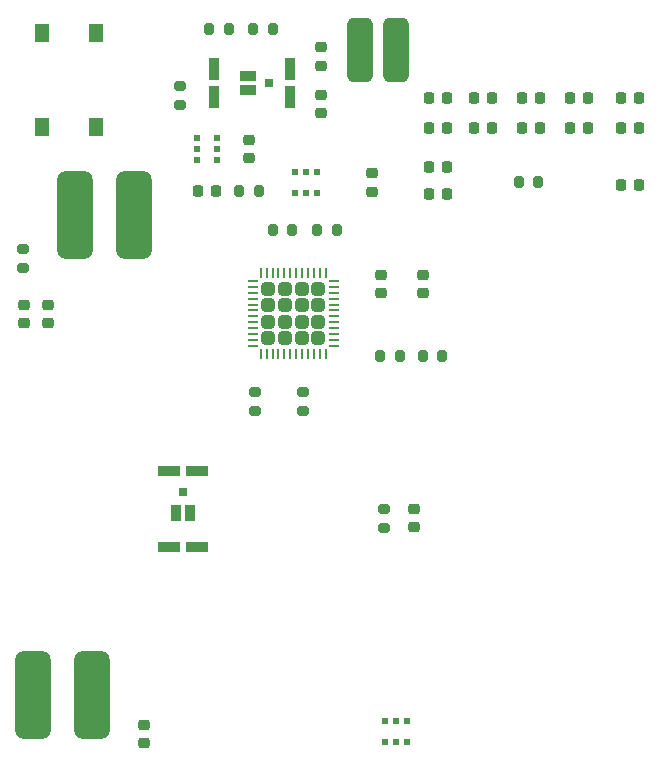
<source format=gbr>
%TF.GenerationSoftware,KiCad,Pcbnew,(6.0.8)*%
%TF.CreationDate,2023-02-22T01:01:06+01:00*%
%TF.ProjectId,EECD-22-7,45454344-2d32-4322-9d37-2e6b69636164,rev?*%
%TF.SameCoordinates,Original*%
%TF.FileFunction,Paste,Top*%
%TF.FilePolarity,Positive*%
%FSLAX46Y46*%
G04 Gerber Fmt 4.6, Leading zero omitted, Abs format (unit mm)*
G04 Created by KiCad (PCBNEW (6.0.8)) date 2023-02-22 01:01:06*
%MOMM*%
%LPD*%
G01*
G04 APERTURE LIST*
G04 Aperture macros list*
%AMRoundRect*
0 Rectangle with rounded corners*
0 $1 Rounding radius*
0 $2 $3 $4 $5 $6 $7 $8 $9 X,Y pos of 4 corners*
0 Add a 4 corners polygon primitive as box body*
4,1,4,$2,$3,$4,$5,$6,$7,$8,$9,$2,$3,0*
0 Add four circle primitives for the rounded corners*
1,1,$1+$1,$2,$3*
1,1,$1+$1,$4,$5*
1,1,$1+$1,$6,$7*
1,1,$1+$1,$8,$9*
0 Add four rect primitives between the rounded corners*
20,1,$1+$1,$2,$3,$4,$5,0*
20,1,$1+$1,$4,$5,$6,$7,0*
20,1,$1+$1,$6,$7,$8,$9,0*
20,1,$1+$1,$8,$9,$2,$3,0*%
G04 Aperture macros list end*
%ADD10RoundRect,0.225000X-0.250000X0.225000X-0.250000X-0.225000X0.250000X-0.225000X0.250000X0.225000X0*%
%ADD11RoundRect,0.225000X-0.225000X-0.250000X0.225000X-0.250000X0.225000X0.250000X-0.225000X0.250000X0*%
%ADD12RoundRect,0.225000X0.250000X-0.225000X0.250000X0.225000X-0.250000X0.225000X-0.250000X-0.225000X0*%
%ADD13RoundRect,0.200000X-0.200000X-0.275000X0.200000X-0.275000X0.200000X0.275000X-0.200000X0.275000X0*%
%ADD14RoundRect,0.200000X0.200000X0.275000X-0.200000X0.275000X-0.200000X-0.275000X0.200000X-0.275000X0*%
%ADD15RoundRect,0.200000X0.275000X-0.200000X0.275000X0.200000X-0.275000X0.200000X-0.275000X-0.200000X0*%
%ADD16RoundRect,0.225000X0.225000X0.250000X-0.225000X0.250000X-0.225000X-0.250000X0.225000X-0.250000X0*%
%ADD17RoundRect,0.750000X0.750000X3.000000X-0.750000X3.000000X-0.750000X-3.000000X0.750000X-3.000000X0*%
%ADD18R,1.300000X1.550000*%
%ADD19R,0.500000X0.625000*%
%ADD20RoundRect,0.537500X0.537500X2.212500X-0.537500X2.212500X-0.537500X-2.212500X0.537500X-2.212500X0*%
%ADD21RoundRect,0.250000X0.315000X-0.315000X0.315000X0.315000X-0.315000X0.315000X-0.315000X-0.315000X0*%
%ADD22RoundRect,0.062500X0.062500X-0.375000X0.062500X0.375000X-0.062500X0.375000X-0.062500X-0.375000X0*%
%ADD23RoundRect,0.062500X0.375000X-0.062500X0.375000X0.062500X-0.375000X0.062500X-0.375000X-0.062500X0*%
%ADD24R,0.625000X0.500000*%
%ADD25RoundRect,0.200000X-0.275000X0.200000X-0.275000X-0.200000X0.275000X-0.200000X0.275000X0.200000X0*%
%ADD26R,0.900000X1.850000*%
%ADD27R,0.750000X0.750000*%
%ADD28R,1.450000X0.870000*%
%ADD29R,1.850000X0.900000*%
%ADD30R,0.870000X1.450000*%
G04 APERTURE END LIST*
D10*
%TO.C,C7*%
X95250000Y-109969000D03*
X95250000Y-111519000D03*
%TD*%
D11*
%TO.C,C20*%
X127508000Y-94996000D03*
X129058000Y-94996000D03*
%TD*%
D12*
%TO.C,C15*%
X127000000Y-108979000D03*
X127000000Y-107429000D03*
%TD*%
D11*
%TO.C,C17*%
X107937000Y-100330000D03*
X109487000Y-100330000D03*
%TD*%
%TO.C,C23*%
X131318000Y-94996000D03*
X132868000Y-94996000D03*
%TD*%
D13*
%TO.C,R5*%
X118047000Y-103632000D03*
X119697000Y-103632000D03*
%TD*%
D14*
%TO.C,R1*%
X125031000Y-114300000D03*
X123381000Y-114300000D03*
%TD*%
D13*
%TO.C,R10*%
X135128000Y-99568000D03*
X136778000Y-99568000D03*
%TD*%
D15*
%TO.C,R11*%
X112776000Y-118935000D03*
X112776000Y-117285000D03*
%TD*%
D14*
%TO.C,R13*%
X110553000Y-86614000D03*
X108903000Y-86614000D03*
%TD*%
D12*
%TO.C,C18*%
X118364000Y-89688000D03*
X118364000Y-88138000D03*
%TD*%
D16*
%TO.C,C9*%
X145301000Y-99822000D03*
X143751000Y-99822000D03*
%TD*%
D17*
%TO.C,L2*%
X102576000Y-102362000D03*
X97576000Y-102362000D03*
%TD*%
D11*
%TO.C,C4*%
X139446000Y-92456000D03*
X140996000Y-92456000D03*
%TD*%
%TO.C,C2*%
X135382000Y-94996000D03*
X136932000Y-94996000D03*
%TD*%
%TO.C,C13*%
X127482000Y-92456000D03*
X129032000Y-92456000D03*
%TD*%
D18*
%TO.C,SW1*%
X94778000Y-94907000D03*
X94778000Y-86957000D03*
X99278000Y-94907000D03*
X99278000Y-86957000D03*
%TD*%
D12*
%TO.C,C10*%
X112268000Y-97549000D03*
X112268000Y-95999000D03*
%TD*%
D11*
%TO.C,C21*%
X127495000Y-98298000D03*
X129045000Y-98298000D03*
%TD*%
D13*
%TO.C,R9*%
X127000000Y-114300000D03*
X128650000Y-114300000D03*
%TD*%
D12*
%TO.C,C6*%
X122682000Y-100356000D03*
X122682000Y-98806000D03*
%TD*%
D19*
%TO.C,U7*%
X118044000Y-98693000D03*
X117094000Y-98693000D03*
X116144000Y-98693000D03*
X116144000Y-100443000D03*
X117094000Y-100443000D03*
X118044000Y-100443000D03*
%TD*%
D20*
%TO.C,L1*%
X124690000Y-88392000D03*
X121690000Y-88392000D03*
%TD*%
D15*
%TO.C,R6*%
X93140000Y-106857000D03*
X93140000Y-105207000D03*
%TD*%
D19*
%TO.C,U9*%
X125664000Y-145175000D03*
X124714000Y-145175000D03*
X123764000Y-145175000D03*
X123764000Y-146925000D03*
X124714000Y-146925000D03*
X125664000Y-146925000D03*
%TD*%
D15*
%TO.C,R7*%
X106426000Y-93027000D03*
X106426000Y-91377000D03*
%TD*%
D11*
%TO.C,C1*%
X139433000Y-94996000D03*
X140983000Y-94996000D03*
%TD*%
D21*
%TO.C,U10*%
X113916000Y-108576000D03*
X116716000Y-111376000D03*
X113916000Y-111376000D03*
X118116000Y-112776000D03*
X115316000Y-108576000D03*
X113916000Y-112776000D03*
X118116000Y-111376000D03*
X116716000Y-109976000D03*
X118116000Y-109976000D03*
X115316000Y-111376000D03*
X116716000Y-108576000D03*
X115316000Y-109976000D03*
X118116000Y-108576000D03*
X113916000Y-109976000D03*
X116716000Y-112776000D03*
X115316000Y-112776000D03*
D22*
X113266000Y-114113500D03*
X113766000Y-114113500D03*
X114266000Y-114113500D03*
X114766000Y-114113500D03*
X115266000Y-114113500D03*
X115766000Y-114113500D03*
X116266000Y-114113500D03*
X116766000Y-114113500D03*
X117266000Y-114113500D03*
X117766000Y-114113500D03*
X118266000Y-114113500D03*
X118766000Y-114113500D03*
D23*
X119453500Y-113426000D03*
X119453500Y-112926000D03*
X119453500Y-112426000D03*
X119453500Y-111926000D03*
X119453500Y-111426000D03*
X119453500Y-110926000D03*
X119453500Y-110426000D03*
X119453500Y-109926000D03*
X119453500Y-109426000D03*
X119453500Y-108926000D03*
X119453500Y-108426000D03*
X119453500Y-107926000D03*
D22*
X118766000Y-107238500D03*
X118266000Y-107238500D03*
X117766000Y-107238500D03*
X117266000Y-107238500D03*
X116766000Y-107238500D03*
X116266000Y-107238500D03*
X115766000Y-107238500D03*
X115266000Y-107238500D03*
X114766000Y-107238500D03*
X114266000Y-107238500D03*
X113766000Y-107238500D03*
X113266000Y-107238500D03*
D23*
X112578500Y-107926000D03*
X112578500Y-108426000D03*
X112578500Y-108926000D03*
X112578500Y-109426000D03*
X112578500Y-109926000D03*
X112578500Y-110426000D03*
X112578500Y-110926000D03*
X112578500Y-111426000D03*
X112578500Y-111926000D03*
X112578500Y-112426000D03*
X112578500Y-112926000D03*
X112578500Y-113426000D03*
%TD*%
D11*
%TO.C,C3*%
X135369000Y-92456000D03*
X136919000Y-92456000D03*
%TD*%
D24*
%TO.C,U8*%
X107837000Y-95824000D03*
X107837000Y-96774000D03*
X107837000Y-97724000D03*
X109587000Y-97724000D03*
X109587000Y-96774000D03*
X109587000Y-95824000D03*
%TD*%
D17*
%TO.C,L3*%
X99020000Y-143002000D03*
X94020000Y-143002000D03*
%TD*%
D14*
%TO.C,R12*%
X114300000Y-86614000D03*
X112650000Y-86614000D03*
%TD*%
D16*
%TO.C,C16*%
X145301000Y-94996000D03*
X143751000Y-94996000D03*
%TD*%
D10*
%TO.C,C22*%
X123444000Y-107429000D03*
X123444000Y-108979000D03*
%TD*%
D15*
%TO.C,R2*%
X123698000Y-128841000D03*
X123698000Y-127191000D03*
%TD*%
D12*
%TO.C,C14*%
X103378000Y-147079000D03*
X103378000Y-145529000D03*
%TD*%
D10*
%TO.C,C11*%
X93218000Y-109969000D03*
X93218000Y-111519000D03*
%TD*%
D16*
%TO.C,C8*%
X145301000Y-92456000D03*
X143751000Y-92456000D03*
%TD*%
D12*
%TO.C,C24*%
X118364000Y-93726000D03*
X118364000Y-92176000D03*
%TD*%
D25*
%TO.C,R3*%
X116840000Y-117285000D03*
X116840000Y-118935000D03*
%TD*%
D13*
%TO.C,R8*%
X111443000Y-100330000D03*
X113093000Y-100330000D03*
%TD*%
%TO.C,R4*%
X114300000Y-103632000D03*
X115950000Y-103632000D03*
%TD*%
D10*
%TO.C,C5*%
X126238000Y-127228000D03*
X126238000Y-128778000D03*
%TD*%
D11*
%TO.C,C19*%
X127495000Y-100584000D03*
X129045000Y-100584000D03*
%TD*%
D26*
%TO.C,Q1*%
X109322000Y-92361000D03*
X115722000Y-92361000D03*
X109322000Y-90011000D03*
X115722000Y-90011000D03*
D27*
X113972000Y-91186000D03*
D28*
X112222000Y-91796000D03*
X112222000Y-90576000D03*
%TD*%
D29*
%TO.C,Q2*%
X107855000Y-130454000D03*
X105505000Y-124054000D03*
X107855000Y-124054000D03*
X105505000Y-130454000D03*
D27*
X106680000Y-125804000D03*
D30*
X107290000Y-127554000D03*
X106070000Y-127554000D03*
%TD*%
D11*
%TO.C,C12*%
X131331000Y-92456000D03*
X132881000Y-92456000D03*
%TD*%
M02*

</source>
